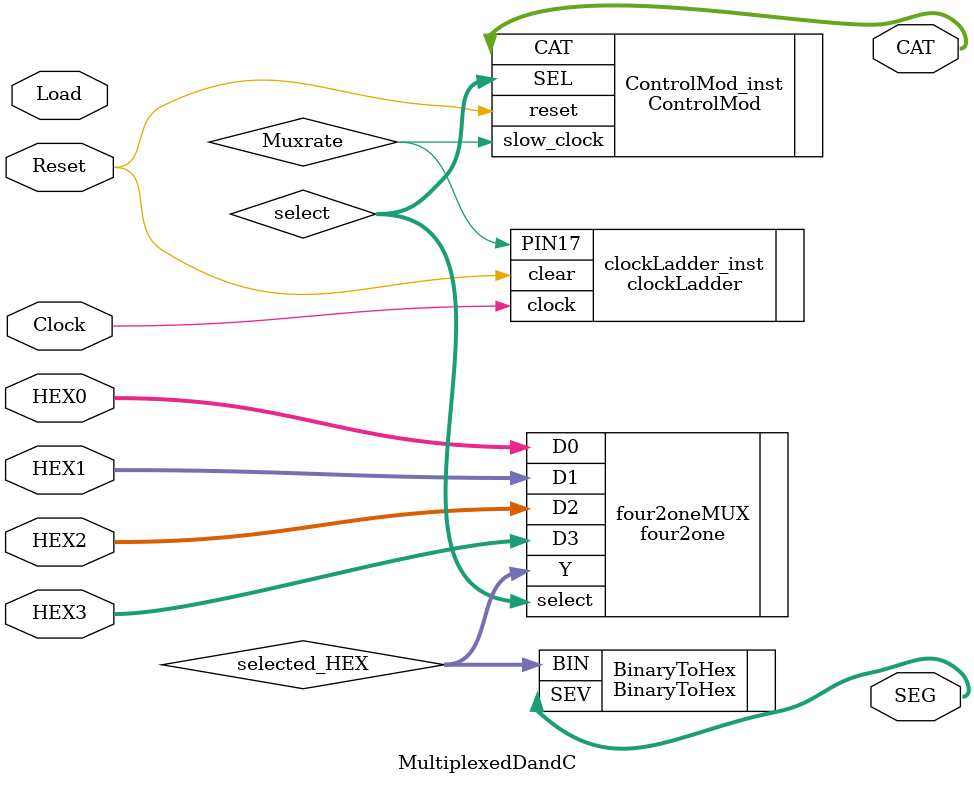
<source format=sv>
module MultiplexedDandC(

	input [3:0] HEX0, HEX1, HEX2, HEX3,
	input Reset, Clock, Load,
	output [0:6] SEG, 
	output [3:0] CAT
);
	logic [1:0] select;
	logic [3:0] selected_HEX;
	logic [3:0] REG0, REG1, REG2, REG3;
	logic Muxrate;
	//assign LEDRs [7:0] = {HEX3, HEX2, HEX1, HEX0};
	

clockLadder clockLadder_inst
(
	.clock(Clock) ,		// input  clock_sig
	.clear(Reset) ,		// input  clear_sig
	.PIN17(Muxrate) 		// output  PIN23_sig

);

ControlMod ControlMod_inst
(
	.slow_clock(Muxrate) ,	// input  slow_clock_sig
	.reset(Reset) ,			// input  reset_sig
	.SEL(select) ,			// output [1:0] SEL_sig
	.CAT(CAT) 			// output [3:0] CAT_sig
);

//PIPOregClass PIPOregClass0
//(
//	.D(HEX0) ,	// input [N-1:0] D_sig
//	.CLK(Load) ,			// input  CLK_sig
//	.CLR(Reset) ,			// input  CLR_sig
//	.Q(REG0) 				// output [N-1:0] Q_sig
//);
//PIPOregClass PIPOregClass1
//(
//	.D(HEX1) ,	// input [N-1:0] D_sig
//	.CLK(Load) ,			// input  CLK_sig
//	.CLR(Reset) ,			// input  CLR_sig
//	.Q(REG1) 				// output [N-1:0] Q_sig
//);
//PIPOregClass PIPOregClass2
//(
//	.D(HEX2) ,	// input [N-1:0] D_sig
//	.CLK(Load) ,			// input  CLK_sig
//	.CLR(Reset) ,			// input  CLR_sig
//	.Q(REG2) 				// output [N-1:0] Q_sig
//);
//PIPOregClass PIPOregClass3
//(
//	.D(HEX3) ,	// input [N-1:0] D_sig
//	.CLK(Load) ,			// input  CLK_sig
//	.CLR(Reset) ,			// input  CLR_sig
//	.Q(REG3) 				// output [N-1:0] Q_sig
//);

four2one four2oneMUX
(
	.select(select) ,				// input [1:0] select_sig
	.D0(HEX0) ,						// input [N-1:0] D0_sig
	.D1(HEX1) ,						// input [N-1:0] D1_sig
	.D2(HEX2) ,						// input [N-1:0] D2_sig
	.D3(HEX3) ,						// input [N-1:0] D3_sig
	.Y(selected_HEX) 				// output [N-1:0] Y_sig
);

BinaryToHex BinaryToHex
(
	.BIN(selected_HEX) ,		// input [3:0] BIN_sig
	.SEV(SEG) 					// output [0:6] SEV_sig
);


endmodule 
</source>
